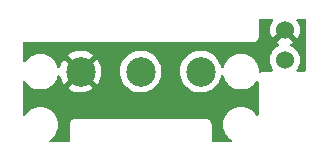
<source format=gbr>
%TF.GenerationSoftware,KiCad,Pcbnew,(6.0.2)*%
%TF.CreationDate,2022-03-02T15:25:49+00:00*%
%TF.ProjectId,Left_Hotswap,4c656674-5f48-46f7-9473-7761702e6b69,rev?*%
%TF.SameCoordinates,Original*%
%TF.FileFunction,Copper,L2,Bot*%
%TF.FilePolarity,Positive*%
%FSLAX46Y46*%
G04 Gerber Fmt 4.6, Leading zero omitted, Abs format (unit mm)*
G04 Created by KiCad (PCBNEW (6.0.2)) date 2022-03-02 15:25:49*
%MOMM*%
%LPD*%
G01*
G04 APERTURE LIST*
%TA.AperFunction,ComponentPad*%
%ADD10C,1.524000*%
%TD*%
%TA.AperFunction,ComponentPad*%
%ADD11C,2.500000*%
%TD*%
G04 APERTURE END LIST*
D10*
%TO.P,U1,1,1*%
%TO.N,GND*%
X46750000Y-20859000D03*
%TO.P,U1,2,2*%
%TO.N,NO*%
X46750000Y-23399000D03*
%TD*%
D11*
%TO.P,SW1,1,COM*%
%TO.N,GND*%
X29464000Y-24384000D03*
%TO.P,SW1,2,NO*%
%TO.N,NO*%
X34544000Y-24384000D03*
%TO.P,SW1,3,Dummy*%
%TO.N,unconnected-(SW1-Pad3)*%
X39624000Y-24384000D03*
%TD*%
%TA.AperFunction,Conductor*%
%TO.N,GND*%
G36*
X45702795Y-19912002D02*
G01*
X45749288Y-19965658D01*
X45759392Y-20035932D01*
X45737887Y-20090270D01*
X45649102Y-20217070D01*
X45643624Y-20226556D01*
X45554355Y-20417993D01*
X45550609Y-20428285D01*
X45495941Y-20632309D01*
X45494038Y-20643104D01*
X45475628Y-20853525D01*
X45475628Y-20864475D01*
X45494038Y-21074896D01*
X45495941Y-21085691D01*
X45550609Y-21289715D01*
X45554355Y-21300007D01*
X45643623Y-21491441D01*
X45649103Y-21500932D01*
X45679794Y-21544765D01*
X45690271Y-21553140D01*
X45703718Y-21546072D01*
X46660905Y-20588885D01*
X46723217Y-20554859D01*
X46794032Y-20559924D01*
X46839095Y-20588885D01*
X47797003Y-21546793D01*
X47808777Y-21553223D01*
X47820793Y-21543926D01*
X47850897Y-21500932D01*
X47856377Y-21491441D01*
X47945645Y-21300007D01*
X47949391Y-21289715D01*
X48004059Y-21085691D01*
X48005962Y-21074896D01*
X48024372Y-20864475D01*
X48024372Y-20853525D01*
X48005962Y-20643104D01*
X48004059Y-20632309D01*
X47949391Y-20428285D01*
X47945645Y-20417993D01*
X47856376Y-20226556D01*
X47850898Y-20217070D01*
X47762113Y-20090270D01*
X47739425Y-20022996D01*
X47756710Y-19954136D01*
X47808480Y-19905552D01*
X47865326Y-19892000D01*
X48410010Y-19892000D01*
X48478131Y-19912002D01*
X48524624Y-19965658D01*
X48536010Y-20018000D01*
X48536010Y-24250000D01*
X48516008Y-24318121D01*
X48462352Y-24364614D01*
X48410010Y-24376000D01*
X47858935Y-24376000D01*
X47790814Y-24355998D01*
X47744321Y-24302342D01*
X47734217Y-24232068D01*
X47755722Y-24177730D01*
X47851328Y-24041190D01*
X47851331Y-24041184D01*
X47854488Y-24036676D01*
X47856811Y-24031694D01*
X47856814Y-24031689D01*
X47946117Y-23840178D01*
X47946118Y-23840177D01*
X47948440Y-23835196D01*
X48005978Y-23620463D01*
X48025353Y-23399000D01*
X48005978Y-23177537D01*
X47962039Y-23013557D01*
X47949863Y-22968114D01*
X47949862Y-22968112D01*
X47948440Y-22962804D01*
X47941194Y-22947264D01*
X47856814Y-22766311D01*
X47856811Y-22766306D01*
X47854488Y-22761324D01*
X47845841Y-22748975D01*
X47730136Y-22583730D01*
X47730134Y-22583727D01*
X47726977Y-22579219D01*
X47569781Y-22422023D01*
X47565273Y-22418866D01*
X47565270Y-22418864D01*
X47489505Y-22365813D01*
X47387677Y-22294512D01*
X47382695Y-22292189D01*
X47382690Y-22292186D01*
X47277035Y-22242919D01*
X47223750Y-22196002D01*
X47204289Y-22127725D01*
X47224831Y-22059765D01*
X47277035Y-22014529D01*
X47382445Y-21965376D01*
X47391931Y-21959898D01*
X47435764Y-21929207D01*
X47444139Y-21918729D01*
X47437071Y-21905281D01*
X46762812Y-21231022D01*
X46748868Y-21223408D01*
X46747035Y-21223539D01*
X46740420Y-21227790D01*
X46062207Y-21906003D01*
X46055777Y-21917777D01*
X46065074Y-21929793D01*
X46108069Y-21959898D01*
X46117555Y-21965376D01*
X46222965Y-22014529D01*
X46276250Y-22061446D01*
X46295711Y-22129723D01*
X46275169Y-22197683D01*
X46222965Y-22242919D01*
X46117311Y-22292186D01*
X46117306Y-22292189D01*
X46112324Y-22294512D01*
X46107817Y-22297668D01*
X46107815Y-22297669D01*
X45934730Y-22418864D01*
X45934727Y-22418866D01*
X45930219Y-22422023D01*
X45773023Y-22579219D01*
X45769866Y-22583727D01*
X45769864Y-22583730D01*
X45654159Y-22748975D01*
X45645512Y-22761324D01*
X45643189Y-22766306D01*
X45643186Y-22766311D01*
X45558806Y-22947264D01*
X45551560Y-22962804D01*
X45550138Y-22968112D01*
X45550137Y-22968114D01*
X45537961Y-23013557D01*
X45494022Y-23177537D01*
X45474647Y-23399000D01*
X45494022Y-23620463D01*
X45551560Y-23835196D01*
X45553882Y-23840177D01*
X45553883Y-23840178D01*
X45643186Y-24031689D01*
X45643189Y-24031694D01*
X45645512Y-24036676D01*
X45648669Y-24041184D01*
X45648672Y-24041190D01*
X45744278Y-24177730D01*
X45766966Y-24245004D01*
X45749681Y-24313864D01*
X45697911Y-24362448D01*
X45641065Y-24376000D01*
X45052712Y-24376000D01*
X45051942Y-24375998D01*
X45051088Y-24375993D01*
X44974358Y-24375524D01*
X44965729Y-24377990D01*
X44965724Y-24377991D01*
X44945962Y-24383639D01*
X44929201Y-24387217D01*
X44908858Y-24390130D01*
X44908848Y-24390133D01*
X44899965Y-24391405D01*
X44876615Y-24402021D01*
X44859103Y-24408464D01*
X44846210Y-24412149D01*
X44834445Y-24415512D01*
X44809462Y-24431274D01*
X44794396Y-24439404D01*
X44767500Y-24451633D01*
X44760698Y-24457494D01*
X44753138Y-24462329D01*
X44751892Y-24460380D01*
X44698753Y-24484477D01*
X44628506Y-24474186D01*
X44574975Y-24427550D01*
X44555542Y-24369598D01*
X44543672Y-24218781D01*
X44538052Y-24147367D01*
X44536898Y-24142560D01*
X44536897Y-24142554D01*
X44483795Y-23921373D01*
X44482640Y-23916561D01*
X44451001Y-23840178D01*
X44393699Y-23701838D01*
X44393697Y-23701834D01*
X44391804Y-23697264D01*
X44267782Y-23494878D01*
X44113626Y-23314384D01*
X43933132Y-23160228D01*
X43730746Y-23036206D01*
X43726176Y-23034313D01*
X43726172Y-23034311D01*
X43516022Y-22947264D01*
X43516020Y-22947263D01*
X43511449Y-22945370D01*
X43430350Y-22925900D01*
X43285456Y-22891113D01*
X43285450Y-22891112D01*
X43280643Y-22889958D01*
X43044010Y-22871335D01*
X42807377Y-22889958D01*
X42802570Y-22891112D01*
X42802564Y-22891113D01*
X42657670Y-22925900D01*
X42576571Y-22945370D01*
X42572000Y-22947263D01*
X42571998Y-22947264D01*
X42361848Y-23034311D01*
X42361844Y-23034313D01*
X42357274Y-23036206D01*
X42154888Y-23160228D01*
X41974394Y-23314384D01*
X41820238Y-23494878D01*
X41696216Y-23697264D01*
X41694323Y-23701834D01*
X41694321Y-23701838D01*
X41637019Y-23840178D01*
X41605380Y-23916561D01*
X41604225Y-23921373D01*
X41585271Y-24000320D01*
X41549918Y-24061890D01*
X41486892Y-24094572D01*
X41416201Y-24087991D01*
X41360289Y-24044237D01*
X41339859Y-23998714D01*
X41322358Y-23921373D01*
X41310377Y-23868423D01*
X41243818Y-23697264D01*
X41217340Y-23629176D01*
X41217339Y-23629173D01*
X41215647Y-23624823D01*
X41085951Y-23397902D01*
X40924138Y-23192643D01*
X40733763Y-23013557D01*
X40555597Y-22889958D01*
X40522851Y-22867241D01*
X40522848Y-22867239D01*
X40519009Y-22864576D01*
X40478644Y-22844670D01*
X40288781Y-22751040D01*
X40288778Y-22751039D01*
X40284593Y-22748975D01*
X40238449Y-22734204D01*
X40040123Y-22670720D01*
X40035665Y-22669293D01*
X39777693Y-22627279D01*
X39663942Y-22625790D01*
X39521022Y-22623919D01*
X39521019Y-22623919D01*
X39516345Y-22623858D01*
X39257362Y-22659104D01*
X39006433Y-22732243D01*
X39002180Y-22734203D01*
X39002179Y-22734204D01*
X38953132Y-22756815D01*
X38769072Y-22841668D01*
X38730067Y-22867241D01*
X38554404Y-22982410D01*
X38554399Y-22982414D01*
X38550491Y-22984976D01*
X38355494Y-23159018D01*
X38188363Y-23359970D01*
X38185934Y-23363973D01*
X38088887Y-23523902D01*
X38052771Y-23583419D01*
X37951697Y-23824455D01*
X37887359Y-24077783D01*
X37886891Y-24082434D01*
X37886890Y-24082438D01*
X37877295Y-24177730D01*
X37861173Y-24337839D01*
X37861397Y-24342505D01*
X37861397Y-24342511D01*
X37864442Y-24405893D01*
X37873713Y-24598908D01*
X37924704Y-24855256D01*
X38013026Y-25101252D01*
X38015242Y-25105376D01*
X38128611Y-25316367D01*
X38136737Y-25331491D01*
X38139532Y-25335234D01*
X38139534Y-25335237D01*
X38290330Y-25537177D01*
X38290335Y-25537183D01*
X38293122Y-25540915D01*
X38296431Y-25544195D01*
X38296436Y-25544201D01*
X38475426Y-25721635D01*
X38478743Y-25724923D01*
X38482505Y-25727681D01*
X38482508Y-25727684D01*
X38685173Y-25876284D01*
X38689524Y-25879474D01*
X38693667Y-25881654D01*
X38693669Y-25881655D01*
X38916684Y-25998989D01*
X38916689Y-25998991D01*
X38920834Y-26001172D01*
X39167590Y-26087344D01*
X39172183Y-26088216D01*
X39419785Y-26135224D01*
X39419788Y-26135224D01*
X39424374Y-26136095D01*
X39554958Y-26141226D01*
X39680875Y-26146174D01*
X39680881Y-26146174D01*
X39685543Y-26146357D01*
X39764977Y-26137657D01*
X39940707Y-26118412D01*
X39940712Y-26118411D01*
X39945360Y-26117902D01*
X40058116Y-26088216D01*
X40193594Y-26052548D01*
X40193596Y-26052547D01*
X40198117Y-26051357D01*
X40438262Y-25948182D01*
X40639287Y-25823785D01*
X40656547Y-25813104D01*
X40656548Y-25813104D01*
X40660519Y-25810646D01*
X40664082Y-25807629D01*
X40664087Y-25807626D01*
X40856439Y-25644787D01*
X40856440Y-25644786D01*
X40860005Y-25641768D01*
X40951729Y-25537177D01*
X41029257Y-25448774D01*
X41029261Y-25448769D01*
X41032339Y-25445259D01*
X41173733Y-25225437D01*
X41281083Y-24987129D01*
X41312498Y-24875741D01*
X41342790Y-24768335D01*
X41380532Y-24708201D01*
X41444793Y-24678019D01*
X41515171Y-24687370D01*
X41569322Y-24733285D01*
X41586578Y-24773122D01*
X41605380Y-24851439D01*
X41607273Y-24856010D01*
X41607274Y-24856012D01*
X41661585Y-24987129D01*
X41696216Y-25070736D01*
X41820238Y-25273122D01*
X41974394Y-25453616D01*
X42154888Y-25607772D01*
X42357274Y-25731794D01*
X42361844Y-25733687D01*
X42361848Y-25733689D01*
X42553573Y-25813104D01*
X42576571Y-25822630D01*
X42657670Y-25842100D01*
X42802564Y-25876887D01*
X42802570Y-25876888D01*
X42807377Y-25878042D01*
X43044010Y-25896665D01*
X43280643Y-25878042D01*
X43285450Y-25876888D01*
X43285456Y-25876887D01*
X43430350Y-25842100D01*
X43511449Y-25822630D01*
X43534447Y-25813104D01*
X43726172Y-25733689D01*
X43726176Y-25733687D01*
X43730746Y-25731794D01*
X43933132Y-25607772D01*
X44113626Y-25453616D01*
X44267782Y-25273122D01*
X44294742Y-25229127D01*
X44302577Y-25216342D01*
X44355225Y-25168711D01*
X44425267Y-25157104D01*
X44490464Y-25185207D01*
X44530118Y-25244098D01*
X44536010Y-25282177D01*
X44536010Y-27985823D01*
X44516008Y-28053944D01*
X44462352Y-28100437D01*
X44392078Y-28110541D01*
X44327498Y-28081047D01*
X44302577Y-28051658D01*
X44270366Y-27999095D01*
X44267782Y-27994878D01*
X44113626Y-27814384D01*
X43933132Y-27660228D01*
X43730746Y-27536206D01*
X43726176Y-27534313D01*
X43726172Y-27534311D01*
X43516022Y-27447264D01*
X43516020Y-27447263D01*
X43511449Y-27445370D01*
X43430350Y-27425900D01*
X43285456Y-27391113D01*
X43285450Y-27391112D01*
X43280643Y-27389958D01*
X43044010Y-27371335D01*
X42807377Y-27389958D01*
X42802570Y-27391112D01*
X42802564Y-27391113D01*
X42657670Y-27425900D01*
X42576571Y-27445370D01*
X42572000Y-27447263D01*
X42571998Y-27447264D01*
X42361848Y-27534311D01*
X42361844Y-27534313D01*
X42357274Y-27536206D01*
X42154888Y-27660228D01*
X41974394Y-27814384D01*
X41820238Y-27994878D01*
X41696216Y-28197264D01*
X41694323Y-28201834D01*
X41694321Y-28201838D01*
X41617485Y-28387336D01*
X41605380Y-28416561D01*
X41600384Y-28437372D01*
X41551123Y-28642554D01*
X41551122Y-28642560D01*
X41549968Y-28647367D01*
X41531818Y-28877989D01*
X41531345Y-28884000D01*
X41549968Y-29120633D01*
X41551122Y-29125440D01*
X41551123Y-29125446D01*
X41555576Y-29143993D01*
X41605380Y-29351439D01*
X41607273Y-29356010D01*
X41607274Y-29356012D01*
X41675870Y-29521616D01*
X41696216Y-29570736D01*
X41820238Y-29773122D01*
X41974394Y-29953616D01*
X42154888Y-30107772D01*
X42159105Y-30110356D01*
X42211668Y-30142567D01*
X42259299Y-30195215D01*
X42270906Y-30265257D01*
X42242803Y-30330454D01*
X42183912Y-30370108D01*
X42145833Y-30376000D01*
X40678000Y-30376000D01*
X40609879Y-30355998D01*
X40563386Y-30302342D01*
X40552000Y-30250000D01*
X40552000Y-28892702D01*
X40552002Y-28891932D01*
X40552421Y-28823322D01*
X40552476Y-28814348D01*
X40550010Y-28805719D01*
X40550009Y-28805714D01*
X40544361Y-28785952D01*
X40540783Y-28769191D01*
X40537870Y-28748848D01*
X40537867Y-28748838D01*
X40536595Y-28739955D01*
X40525979Y-28716605D01*
X40519536Y-28699093D01*
X40514954Y-28683063D01*
X40512488Y-28674435D01*
X40496726Y-28649452D01*
X40488596Y-28634386D01*
X40476367Y-28607490D01*
X40459626Y-28588061D01*
X40448521Y-28573053D01*
X40439630Y-28558961D01*
X40434840Y-28551369D01*
X40412703Y-28531818D01*
X40400659Y-28519626D01*
X40387239Y-28504051D01*
X40387237Y-28504050D01*
X40381381Y-28497253D01*
X40373853Y-28492374D01*
X40373850Y-28492371D01*
X40359861Y-28483304D01*
X40344987Y-28472014D01*
X40332502Y-28460988D01*
X40325772Y-28455044D01*
X40317646Y-28451229D01*
X40317645Y-28451228D01*
X40311979Y-28448568D01*
X40299034Y-28442490D01*
X40284065Y-28434176D01*
X40259273Y-28418107D01*
X40234709Y-28410761D01*
X40217264Y-28404099D01*
X40212827Y-28402016D01*
X40194052Y-28393201D01*
X40164870Y-28388657D01*
X40148151Y-28384874D01*
X40128464Y-28378986D01*
X40128461Y-28378985D01*
X40119859Y-28376413D01*
X40110884Y-28376358D01*
X40110883Y-28376358D01*
X40104190Y-28376317D01*
X40085444Y-28376203D01*
X40084672Y-28376170D01*
X40083577Y-28376000D01*
X40052702Y-28376000D01*
X40051932Y-28375998D01*
X39978284Y-28375548D01*
X39978283Y-28375548D01*
X39974348Y-28375524D01*
X39973004Y-28375908D01*
X39971659Y-28376000D01*
X29052702Y-28376000D01*
X29051932Y-28375998D01*
X29051078Y-28375993D01*
X28974348Y-28375524D01*
X28965719Y-28377990D01*
X28965714Y-28377991D01*
X28945952Y-28383639D01*
X28929191Y-28387217D01*
X28908848Y-28390130D01*
X28908838Y-28390133D01*
X28899955Y-28391405D01*
X28876605Y-28402021D01*
X28859093Y-28408464D01*
X28851057Y-28410761D01*
X28834435Y-28415512D01*
X28809452Y-28431274D01*
X28794386Y-28439404D01*
X28767490Y-28451633D01*
X28748061Y-28468374D01*
X28733053Y-28479479D01*
X28711369Y-28493160D01*
X28705427Y-28499888D01*
X28691819Y-28515296D01*
X28679627Y-28527340D01*
X28657253Y-28546619D01*
X28652374Y-28554147D01*
X28652371Y-28554150D01*
X28643304Y-28568139D01*
X28632014Y-28583013D01*
X28615044Y-28602228D01*
X28602490Y-28628966D01*
X28594176Y-28643935D01*
X28578107Y-28668727D01*
X28575535Y-28677327D01*
X28570761Y-28693290D01*
X28564099Y-28710736D01*
X28553201Y-28733948D01*
X28548658Y-28763128D01*
X28544874Y-28779849D01*
X28538986Y-28799536D01*
X28538985Y-28799539D01*
X28536413Y-28808141D01*
X28536358Y-28817116D01*
X28536358Y-28817117D01*
X28536203Y-28842546D01*
X28536170Y-28843328D01*
X28536000Y-28844423D01*
X28536000Y-28875298D01*
X28535998Y-28876068D01*
X28535524Y-28953652D01*
X28535908Y-28954996D01*
X28536000Y-28956341D01*
X28536000Y-30250000D01*
X28515998Y-30318121D01*
X28462342Y-30364614D01*
X28410000Y-30376000D01*
X26942177Y-30376000D01*
X26874056Y-30355998D01*
X26827563Y-30302342D01*
X26817459Y-30232068D01*
X26846953Y-30167488D01*
X26876342Y-30142567D01*
X26928905Y-30110356D01*
X26933122Y-30107772D01*
X27113616Y-29953616D01*
X27267772Y-29773122D01*
X27391794Y-29570736D01*
X27412141Y-29521616D01*
X27480736Y-29356012D01*
X27480737Y-29356010D01*
X27482630Y-29351439D01*
X27532434Y-29143993D01*
X27536887Y-29125446D01*
X27536888Y-29125440D01*
X27538042Y-29120633D01*
X27556665Y-28884000D01*
X27538042Y-28647367D01*
X27536888Y-28642560D01*
X27536887Y-28642554D01*
X27487626Y-28437372D01*
X27482630Y-28416561D01*
X27470525Y-28387336D01*
X27393689Y-28201838D01*
X27393687Y-28201834D01*
X27391794Y-28197264D01*
X27267772Y-27994878D01*
X27113616Y-27814384D01*
X26933122Y-27660228D01*
X26730736Y-27536206D01*
X26726166Y-27534313D01*
X26726162Y-27534311D01*
X26516012Y-27447264D01*
X26516010Y-27447263D01*
X26511439Y-27445370D01*
X26430340Y-27425900D01*
X26285446Y-27391113D01*
X26285440Y-27391112D01*
X26280633Y-27389958D01*
X26044000Y-27371335D01*
X25807367Y-27389958D01*
X25802560Y-27391112D01*
X25802554Y-27391113D01*
X25657660Y-27425900D01*
X25576561Y-27445370D01*
X25571990Y-27447263D01*
X25571988Y-27447264D01*
X25361838Y-27534311D01*
X25361834Y-27534313D01*
X25357264Y-27536206D01*
X25154878Y-27660228D01*
X24974384Y-27814384D01*
X24820228Y-27994878D01*
X24817644Y-27999095D01*
X24785433Y-28051658D01*
X24732785Y-28099289D01*
X24662743Y-28110896D01*
X24597546Y-28082793D01*
X24557892Y-28023902D01*
X24552000Y-27985823D01*
X24552000Y-25282177D01*
X24572002Y-25214056D01*
X24625658Y-25167563D01*
X24695932Y-25157459D01*
X24760512Y-25186953D01*
X24785433Y-25216342D01*
X24793268Y-25229127D01*
X24820228Y-25273122D01*
X24974384Y-25453616D01*
X25154878Y-25607772D01*
X25357264Y-25731794D01*
X25361834Y-25733687D01*
X25361838Y-25733689D01*
X25553563Y-25813104D01*
X25576561Y-25822630D01*
X25657660Y-25842100D01*
X25802554Y-25876887D01*
X25802560Y-25876888D01*
X25807367Y-25878042D01*
X26044000Y-25896665D01*
X26280633Y-25878042D01*
X26285440Y-25876888D01*
X26285446Y-25876887D01*
X26430340Y-25842100D01*
X26511439Y-25822630D01*
X26534437Y-25813104D01*
X26582651Y-25793133D01*
X28419612Y-25793133D01*
X28428325Y-25804653D01*
X28526018Y-25876284D01*
X28533928Y-25881227D01*
X28756890Y-25998533D01*
X28765453Y-26002256D01*
X29003304Y-26085318D01*
X29012313Y-26087732D01*
X29259842Y-26134727D01*
X29269098Y-26135781D01*
X29520857Y-26145673D01*
X29530171Y-26145347D01*
X29780615Y-26117920D01*
X29789792Y-26116219D01*
X30033431Y-26052074D01*
X30042251Y-26049037D01*
X30273736Y-25949583D01*
X30282008Y-25945276D01*
X30496249Y-25812700D01*
X30503188Y-25807658D01*
X30511518Y-25795019D01*
X30505456Y-25784666D01*
X29476812Y-24756022D01*
X29462868Y-24748408D01*
X29461035Y-24748539D01*
X29454420Y-24752790D01*
X28426270Y-25780940D01*
X28419612Y-25793133D01*
X26582651Y-25793133D01*
X26726162Y-25733689D01*
X26726166Y-25733687D01*
X26730736Y-25731794D01*
X26933122Y-25607772D01*
X27113616Y-25453616D01*
X27267772Y-25273122D01*
X27391794Y-25070736D01*
X27426426Y-24987129D01*
X27480736Y-24856012D01*
X27480737Y-24856010D01*
X27482630Y-24851439D01*
X27502694Y-24767867D01*
X27538046Y-24706298D01*
X27601073Y-24673615D01*
X27671764Y-24680196D01*
X27727675Y-24723950D01*
X27748792Y-24772700D01*
X27764274Y-24850535D01*
X27766768Y-24859528D01*
X27851900Y-25096639D01*
X27855700Y-25105174D01*
X27974946Y-25327101D01*
X27979957Y-25334968D01*
X28043446Y-25419990D01*
X28054704Y-25428439D01*
X28067123Y-25421667D01*
X29091978Y-24396812D01*
X29098356Y-24385132D01*
X29828408Y-24385132D01*
X29828539Y-24386965D01*
X29832790Y-24393580D01*
X30863913Y-25424703D01*
X30876293Y-25431463D01*
X30884634Y-25425219D01*
X31010765Y-25229127D01*
X31015212Y-25220936D01*
X31118691Y-24991222D01*
X31121882Y-24982455D01*
X31190269Y-24739976D01*
X31192129Y-24730834D01*
X31224116Y-24479396D01*
X31224597Y-24473108D01*
X31226847Y-24387160D01*
X31226696Y-24380851D01*
X31223500Y-24337839D01*
X32781173Y-24337839D01*
X32781397Y-24342505D01*
X32781397Y-24342511D01*
X32784442Y-24405893D01*
X32793713Y-24598908D01*
X32844704Y-24855256D01*
X32933026Y-25101252D01*
X32935242Y-25105376D01*
X33048611Y-25316367D01*
X33056737Y-25331491D01*
X33059532Y-25335234D01*
X33059534Y-25335237D01*
X33210330Y-25537177D01*
X33210335Y-25537183D01*
X33213122Y-25540915D01*
X33216431Y-25544195D01*
X33216436Y-25544201D01*
X33395426Y-25721635D01*
X33398743Y-25724923D01*
X33402505Y-25727681D01*
X33402508Y-25727684D01*
X33605173Y-25876284D01*
X33609524Y-25879474D01*
X33613667Y-25881654D01*
X33613669Y-25881655D01*
X33836684Y-25998989D01*
X33836689Y-25998991D01*
X33840834Y-26001172D01*
X34087590Y-26087344D01*
X34092183Y-26088216D01*
X34339785Y-26135224D01*
X34339788Y-26135224D01*
X34344374Y-26136095D01*
X34474958Y-26141226D01*
X34600875Y-26146174D01*
X34600881Y-26146174D01*
X34605543Y-26146357D01*
X34684977Y-26137657D01*
X34860707Y-26118412D01*
X34860712Y-26118411D01*
X34865360Y-26117902D01*
X34978116Y-26088216D01*
X35113594Y-26052548D01*
X35113596Y-26052547D01*
X35118117Y-26051357D01*
X35358262Y-25948182D01*
X35559287Y-25823785D01*
X35576547Y-25813104D01*
X35576548Y-25813104D01*
X35580519Y-25810646D01*
X35584082Y-25807629D01*
X35584087Y-25807626D01*
X35776439Y-25644787D01*
X35776440Y-25644786D01*
X35780005Y-25641768D01*
X35871729Y-25537177D01*
X35949257Y-25448774D01*
X35949261Y-25448769D01*
X35952339Y-25445259D01*
X36093733Y-25225437D01*
X36201083Y-24987129D01*
X36232498Y-24875741D01*
X36270760Y-24740076D01*
X36270761Y-24740073D01*
X36272030Y-24735572D01*
X36288993Y-24602228D01*
X36304616Y-24479421D01*
X36304616Y-24479417D01*
X36305014Y-24476291D01*
X36305098Y-24473108D01*
X36307348Y-24387160D01*
X36307431Y-24384000D01*
X36306984Y-24377989D01*
X36288407Y-24128000D01*
X36288406Y-24127996D01*
X36288061Y-24123348D01*
X36281510Y-24094393D01*
X36236934Y-23897402D01*
X36230377Y-23868423D01*
X36163818Y-23697264D01*
X36137340Y-23629176D01*
X36137339Y-23629173D01*
X36135647Y-23624823D01*
X36005951Y-23397902D01*
X35844138Y-23192643D01*
X35653763Y-23013557D01*
X35475597Y-22889958D01*
X35442851Y-22867241D01*
X35442848Y-22867239D01*
X35439009Y-22864576D01*
X35398644Y-22844670D01*
X35208781Y-22751040D01*
X35208778Y-22751039D01*
X35204593Y-22748975D01*
X35158449Y-22734204D01*
X34960123Y-22670720D01*
X34955665Y-22669293D01*
X34697693Y-22627279D01*
X34583942Y-22625790D01*
X34441022Y-22623919D01*
X34441019Y-22623919D01*
X34436345Y-22623858D01*
X34177362Y-22659104D01*
X33926433Y-22732243D01*
X33922180Y-22734203D01*
X33922179Y-22734204D01*
X33873132Y-22756815D01*
X33689072Y-22841668D01*
X33650067Y-22867241D01*
X33474404Y-22982410D01*
X33474399Y-22982414D01*
X33470491Y-22984976D01*
X33275494Y-23159018D01*
X33108363Y-23359970D01*
X33105934Y-23363973D01*
X33008887Y-23523902D01*
X32972771Y-23583419D01*
X32871697Y-23824455D01*
X32807359Y-24077783D01*
X32806891Y-24082434D01*
X32806890Y-24082438D01*
X32797295Y-24177730D01*
X32781173Y-24337839D01*
X31223500Y-24337839D01*
X31207912Y-24128074D01*
X31206536Y-24118868D01*
X31150929Y-23873126D01*
X31148205Y-23864215D01*
X31056888Y-23629392D01*
X31052877Y-23620983D01*
X30927854Y-23402240D01*
X30922643Y-23394514D01*
X30885391Y-23347261D01*
X30873466Y-23338790D01*
X30861934Y-23345276D01*
X29836022Y-24371188D01*
X29828408Y-24385132D01*
X29098356Y-24385132D01*
X29099592Y-24382868D01*
X29099461Y-24381035D01*
X29095210Y-24374420D01*
X28065321Y-23344531D01*
X28052013Y-23337264D01*
X28041974Y-23344386D01*
X28031761Y-23356666D01*
X28026346Y-23364258D01*
X27895646Y-23579646D01*
X27891408Y-23587963D01*
X27793981Y-23820299D01*
X27791020Y-23829149D01*
X27747265Y-24001437D01*
X27711110Y-24062538D01*
X27647661Y-24094393D01*
X27577063Y-24086888D01*
X27521729Y-24042406D01*
X27502624Y-23999837D01*
X27483788Y-23921382D01*
X27483785Y-23921373D01*
X27482630Y-23916561D01*
X27450991Y-23840178D01*
X27393689Y-23701838D01*
X27393687Y-23701834D01*
X27391794Y-23697264D01*
X27267772Y-23494878D01*
X27113616Y-23314384D01*
X26933122Y-23160228D01*
X26730736Y-23036206D01*
X26726166Y-23034313D01*
X26726162Y-23034311D01*
X26577669Y-22972803D01*
X28417216Y-22972803D01*
X28421789Y-22982579D01*
X29451188Y-24011978D01*
X29465132Y-24019592D01*
X29466965Y-24019461D01*
X29473580Y-24015210D01*
X30502419Y-22986371D01*
X30508803Y-22974681D01*
X30499391Y-22962570D01*
X30362593Y-22867670D01*
X30354565Y-22862942D01*
X30128593Y-22751505D01*
X30119960Y-22748017D01*
X29879998Y-22671205D01*
X29870938Y-22669029D01*
X29622260Y-22628529D01*
X29612973Y-22627717D01*
X29361053Y-22624419D01*
X29351742Y-22624989D01*
X29102097Y-22658964D01*
X29092978Y-22660902D01*
X28851098Y-22731404D01*
X28842367Y-22734667D01*
X28613558Y-22840151D01*
X28605406Y-22844670D01*
X28426353Y-22962062D01*
X28417216Y-22972803D01*
X26577669Y-22972803D01*
X26516012Y-22947264D01*
X26516010Y-22947263D01*
X26511439Y-22945370D01*
X26430340Y-22925900D01*
X26285446Y-22891113D01*
X26285440Y-22891112D01*
X26280633Y-22889958D01*
X26044000Y-22871335D01*
X25807367Y-22889958D01*
X25802560Y-22891112D01*
X25802554Y-22891113D01*
X25657660Y-22925900D01*
X25576561Y-22945370D01*
X25571990Y-22947263D01*
X25571988Y-22947264D01*
X25361838Y-23034311D01*
X25361834Y-23034313D01*
X25357264Y-23036206D01*
X25154878Y-23160228D01*
X24974384Y-23314384D01*
X24820228Y-23494878D01*
X24817644Y-23499095D01*
X24785433Y-23551658D01*
X24732785Y-23599289D01*
X24662743Y-23610896D01*
X24597546Y-23582793D01*
X24557892Y-23523902D01*
X24552000Y-23485823D01*
X24552000Y-22018000D01*
X24572002Y-21949879D01*
X24625658Y-21903386D01*
X24678000Y-21892000D01*
X44035308Y-21892000D01*
X44036079Y-21892002D01*
X44113662Y-21892476D01*
X44122291Y-21890010D01*
X44122296Y-21890009D01*
X44142058Y-21884361D01*
X44158819Y-21880783D01*
X44179162Y-21877870D01*
X44179172Y-21877867D01*
X44188055Y-21876595D01*
X44211405Y-21865979D01*
X44228917Y-21859536D01*
X44244947Y-21854954D01*
X44253575Y-21852488D01*
X44278558Y-21836726D01*
X44293624Y-21828596D01*
X44320520Y-21816367D01*
X44339949Y-21799626D01*
X44354957Y-21788521D01*
X44369049Y-21779630D01*
X44376641Y-21774840D01*
X44396192Y-21752703D01*
X44408384Y-21740659D01*
X44423959Y-21727239D01*
X44423960Y-21727237D01*
X44430757Y-21721381D01*
X44435636Y-21713853D01*
X44435639Y-21713850D01*
X44444706Y-21699861D01*
X44455996Y-21684987D01*
X44467022Y-21672502D01*
X44472966Y-21665772D01*
X44485520Y-21639034D01*
X44493834Y-21624065D01*
X44509903Y-21599273D01*
X44517249Y-21574709D01*
X44523911Y-21557264D01*
X44528827Y-21546793D01*
X44534809Y-21534052D01*
X44539353Y-21504870D01*
X44543136Y-21488151D01*
X44549024Y-21468464D01*
X44549025Y-21468461D01*
X44551597Y-21459859D01*
X44551807Y-21425444D01*
X44551840Y-21424672D01*
X44552010Y-21423577D01*
X44552010Y-21392702D01*
X44552012Y-21391932D01*
X44552462Y-21318284D01*
X44552462Y-21318283D01*
X44552486Y-21314348D01*
X44552102Y-21313004D01*
X44552010Y-21311659D01*
X44552010Y-20018000D01*
X44572012Y-19949879D01*
X44625668Y-19903386D01*
X44678010Y-19892000D01*
X45634674Y-19892000D01*
X45702795Y-19912002D01*
G37*
%TD.AperFunction*%
%TD*%
M02*

</source>
